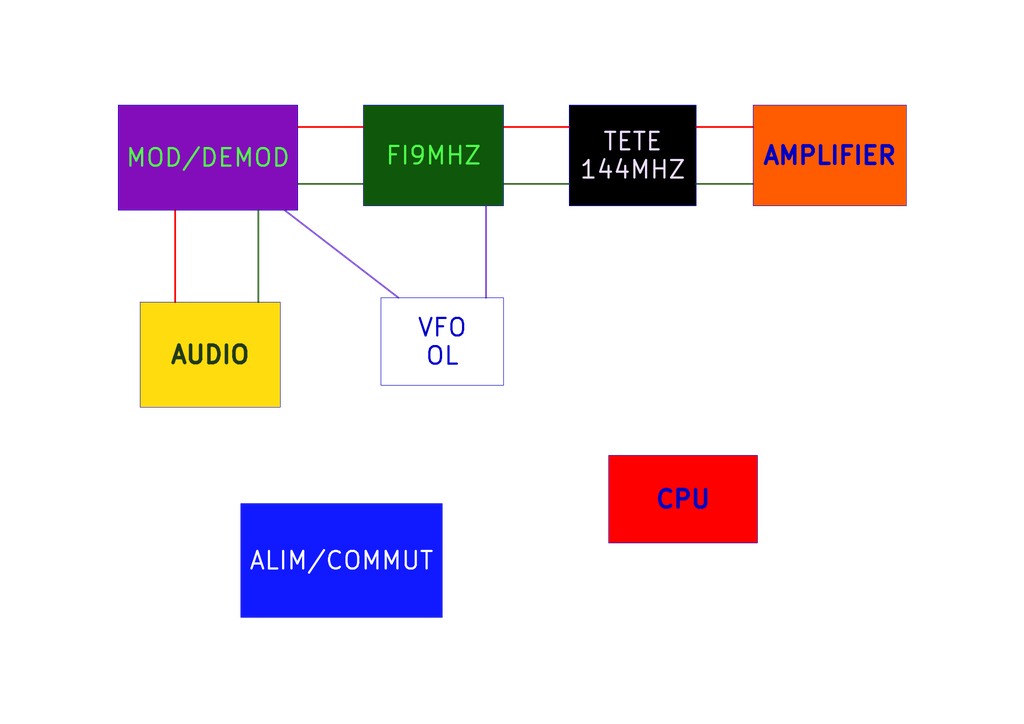
<source format=kicad_sch>
(kicad_sch
	(version 20231120)
	(generator "eeschema")
	(generator_version "8.0")
	(uuid "92ad2de1-caf8-416f-a160-bbaf1722e2a6")
	(paper "A4")
	(lib_symbols)
	(polyline
		(pts
			(xy 201.93 53.34) (xy 218.44 53.34)
		)
		(stroke
			(width 0.508)
			(type default)
			(color 62 109 47 1)
		)
		(uuid "1164e297-00d8-4e99-a52b-4c193152f309")
	)
	(polyline
		(pts
			(xy 86.36 36.83) (xy 105.41 36.83)
		)
		(stroke
			(width 0.508)
			(type default)
			(color 255 4 0 1)
		)
		(uuid "2c1e031c-903b-4d04-90c6-6efb7413b109")
	)
	(polyline
		(pts
			(xy 201.93 36.83) (xy 218.44 36.83)
		)
		(stroke
			(width 0.508)
			(type default)
			(color 255 4 0 1)
		)
		(uuid "38e1ba41-8901-4361-b16b-cde676ac8abd")
	)
	(polyline
		(pts
			(xy 146.05 36.83) (xy 165.1 36.83)
		)
		(stroke
			(width 0.508)
			(type default)
			(color 255 4 0 1)
		)
		(uuid "4be7a4eb-763f-40d4-a518-363800fd1d0d")
	)
	(polyline
		(pts
			(xy 74.93 60.96) (xy 74.93 87.63)
		)
		(stroke
			(width 0.508)
			(type default)
			(color 62 109 47 1)
		)
		(uuid "69b58e83-2ca7-4178-8901-7ce551aa95ee")
	)
	(polyline
		(pts
			(xy 140.97 59.69) (xy 140.97 86.36)
		)
		(stroke
			(width 0.508)
			(type default)
			(color 127 79 210 1)
		)
		(uuid "720f4d75-89ba-4f37-9e4a-2e1bb32eddbf")
	)
	(polyline
		(pts
			(xy 146.05 53.34) (xy 165.1 53.34)
		)
		(stroke
			(width 0.508)
			(type default)
			(color 62 109 47 1)
		)
		(uuid "90534b88-15c7-49f8-87b0-06bac2f74df9")
	)
	(polyline
		(pts
			(xy 82.55 60.96) (xy 115.57 86.36)
		)
		(stroke
			(width 0.508)
			(type default)
			(color 127 79 210 1)
		)
		(uuid "933f9497-bd71-45bb-8f84-26661546f5dc")
	)
	(polyline
		(pts
			(xy 86.36 53.34) (xy 105.41 53.34)
		)
		(stroke
			(width 0.508)
			(type default)
			(color 62 109 47 1)
		)
		(uuid "e6c8d36e-9a58-4d9f-8596-b7e207fa5b92")
	)
	(polyline
		(pts
			(xy 50.8 60.96) (xy 50.8 87.63)
		)
		(stroke
			(width 0.508)
			(type default)
			(color 255 4 0 1)
		)
		(uuid "fc2d3535-0af5-4eb8-a318-7867dbf97552")
	)
	(text_box "ALIM/COMMUT"
		(exclude_from_sim no)
		(at 69.85 146.05 0)
		(size 58.42 33.02)
		(stroke
			(width 0)
			(type default)
		)
		(fill
			(type color)
			(color 17 26 255 1)
		)
		(effects
			(font
				(size 5.08 5.08)
				(thickness 0.635)
				(color 255 255 255 1)
			)
		)
		(uuid "45943ca2-07cd-4012-ac64-76a5ae885cc8")
	)
	(text_box "AMPLIFIER"
		(exclude_from_sim no)
		(at 218.44 30.48 0)
		(size 44.45 29.21)
		(stroke
			(width 0)
			(type default)
		)
		(fill
			(type color)
			(color 255 91 0 1)
		)
		(effects
			(font
				(size 5.08 5.08)
				(thickness 1.016)
				(bold yes)
			)
		)
		(uuid "5851bf85-bce2-4550-830a-9f3e8658b42d")
	)
	(text_box "AUDIO"
		(exclude_from_sim no)
		(at 40.64 87.63 0)
		(size 40.64 30.48)
		(stroke
			(width 0)
			(type default)
		)
		(fill
			(type color)
			(color 255 220 13 1)
		)
		(effects
			(font
				(size 5.08 5.08)
				(thickness 1.016)
				(bold yes)
				(color 32 58 24 1)
			)
		)
		(uuid "612908fd-fb80-462c-a699-1a17380f8859")
	)
	(text_box "MOD/DEMOD"
		(exclude_from_sim no)
		(at 34.29 30.48 0)
		(size 52.07 30.48)
		(stroke
			(width 0)
			(type default)
		)
		(fill
			(type color)
			(color 132 13 187 1)
		)
		(effects
			(font
				(size 5.08 5.08)
				(thickness 0.635)
				(color 78 255 75 1)
			)
		)
		(uuid "6f0ef30c-7745-4c6a-a333-4295ffd8e1f4")
	)
	(text_box "TETE 144MHZ"
		(exclude_from_sim no)
		(at 165.1 30.48 0)
		(size 36.83 29.21)
		(stroke
			(width 0)
			(type default)
		)
		(fill
			(type color)
			(color 0 0 0 1)
		)
		(effects
			(font
				(size 5.08 5.08)
				(thickness 0.635)
				(color 236 221 255 1)
			)
		)
		(uuid "96c66686-cd9e-44e9-80b2-dafee0ca10a9")
	)
	(text_box "CPU"
		(exclude_from_sim no)
		(at 176.53 132.08 0)
		(size 43.18 25.4)
		(stroke
			(width 0)
			(type default)
		)
		(fill
			(type color)
			(color 255 0 0 1)
		)
		(effects
			(font
				(size 5.08 5.08)
				(thickness 1.016)
				(bold yes)
			)
		)
		(uuid "babdc927-215e-4516-aafb-b92e9e710d01")
	)
	(text_box "VFO  OL"
		(exclude_from_sim no)
		(at 110.49 86.36 0)
		(size 35.56 25.4)
		(stroke
			(width 0)
			(type default)
		)
		(fill
			(type none)
		)
		(effects
			(font
				(size 5.08 5.08)
				(thickness 0.635)
			)
		)
		(uuid "c2afd3b4-5f6d-45d0-babb-bbec580790f5")
	)
	(text_box "FI9MHZ\n"
		(exclude_from_sim no)
		(at 105.41 30.48 0)
		(size 40.64 29.21)
		(stroke
			(width 0)
			(type default)
		)
		(fill
			(type color)
			(color 15 87 10 1)
		)
		(effects
			(font
				(size 5.08 5.08)
				(thickness 0.635)
				(color 78 255 75 1)
			)
		)
		(uuid "f5700c00-55fd-442c-a5c9-e3d817a37e81")
	)
	(sheet_instances
		(path "/"
			(page "1")
		)
	)
)

</source>
